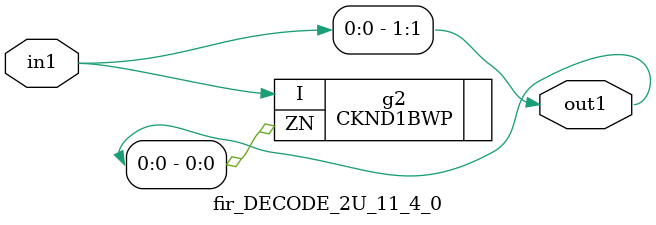
<source format=v>
`timescale 1ps / 1ps


module fir_DECODE_2U_11_4_0(in1, out1);
  input in1;
  output [1:0] out1;
  wire in1;
  wire [1:0] out1;
  assign out1[1] = in1;
  CKND1BWP g2(.I (in1), .ZN (out1[0]));
endmodule



</source>
